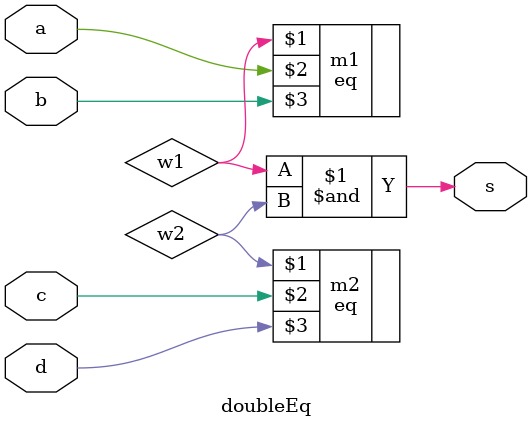
<source format=v>
module doubleEq(
    s,a,b,c,d
);
    input a, b, c, d;
    output s;
    wire w1, w2;
    eq m1(w1, a, b);
    eq m2(w2, c, d);
    assign s = w1 & w2;
endmodule

</source>
